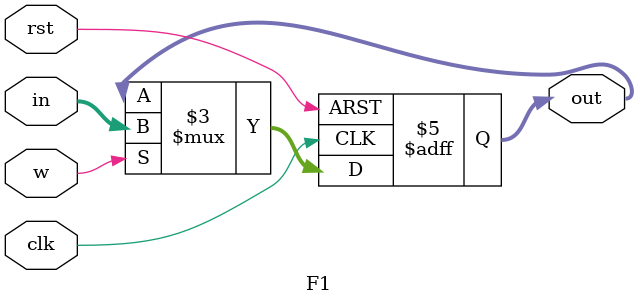
<source format=v>
module F1(
  input [15:0] in,
  input clk,rst,w,
  output reg [15:0] out);
  
  always @(negedge clk, negedge rst)
  begin
     if (!rst) begin
        out <= 16'd0;
     end   
   else if (w) begin
        out <= in;  
   end
  end
  
endmodule

</source>
